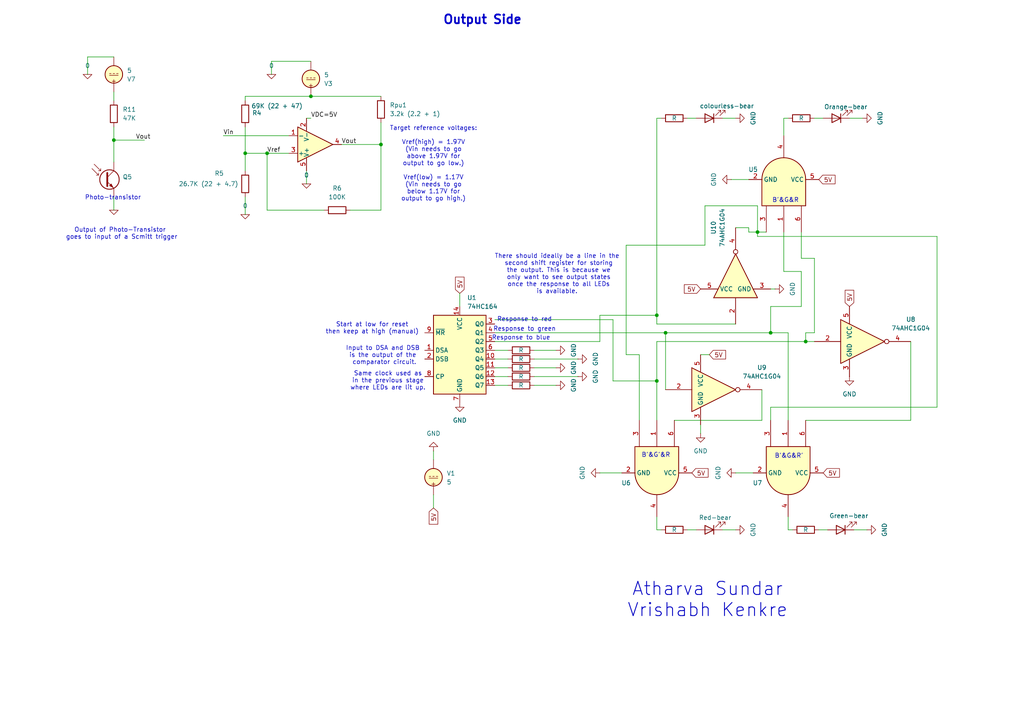
<source format=kicad_sch>
(kicad_sch (version 20250114) (generator "eeschema") (generator_version "9.0")
  (paper "A4")
  (lib_symbols
    (symbol "74xGxx:74AHC1G04"
      (property "Reference" "U" (at -2.54 3.81 0))
      (property "Value" "74AHC1G04" (at 0 -3.81 0))
      (symbol "74AHC1G04_0_1"
        (polyline (pts (xy -7.62 6.35) (xy -7.62 -6.35) (xy 5.08 0) (xy -7.62 6.35)) (stroke (width 0.254)) (fill (type background)))
      )
      (symbol "74AHC1G04_1_1"
        (pin input line (at -15.24 0 0) (length 7.62) (name "~") (number "2"))
        (pin power_in line (at -5.08 10.16 270) (length 5.08) (name "VCC") (number "5"))
        (pin power_in line (at -5.08 -10.16 90) (length 5.08) (name "GND") (number "3"))
        (pin output inverted (at 12.7 0 180) (length 7.62) (name "~") (number "4"))
      )
    )
    (symbol "74xGxx:74LVC1G11"
      (property "Reference" "U" (at -5.08 10.16 0))
      (property "Value" "74LVC1G11" (at 7.62 -10.16 0))
      (symbol "74LVC1G11_0_1"
        (arc (start 0 6.35) (mid 6.3224 0) (end 0 -6.35) (stroke (width 0.254)) (fill (type background)))
        (polyline (pts (xy 0 -6.35) (xy -7.62 -6.35) (xy -7.62 6.35) (xy 0 6.35)) (stroke (width 0.254)) (fill (type background)))
      )
      (symbol "74LVC1G11_1_1"
        (pin input line (at -15.24 5.08 0) (length 7.62) (name "~") (number "6"))
        (pin input line (at -15.24 0 0) (length 7.62) (name "~") (number "1"))
        (pin input line (at -15.24 -5.08 0) (length 7.62) (name "~") (number "3"))
        (pin power_in line (at 0 10.16 270) (length 3.81) (name "VCC") (number "5"))
        (pin power_in line (at 0 -10.16 90) (length 3.81) (name "GND") (number "2"))
        (pin output line (at 12.7 0 180) (length 6.35) (name "~") (number "4"))
      )
    )
    (symbol "74xx:74HC164"
      (property "Reference" "U" (at 1.905 -13.97 0))
      (property "Value" "74HC164" (at 1.905 -16.51 0))
      (symbol "74HC164_0_1"
        (rectangle (start 7.62 10.16) (end -7.62 -12.7) (stroke (width 0.254)) (fill (type background)))
      )
      (symbol "74HC164_1_1"
        (pin input line (at -10.16 5.08 0) (length 2.54) (name "~{MR}") (number "9"))
        (pin input line (at -10.16 0 0) (length 2.54) (name "DSA") (number "1"))
        (pin input line (at -10.16 -2.54 0) (length 2.54) (name "DSB") (number "2"))
        (pin input line (at -10.16 -7.62 0) (length 2.54) (name "CP") (number "8"))
        (pin power_in line (at 0 12.7 270) (length 2.54) (name "VCC") (number "14"))
        (pin power_in line (at 0 -15.24 90) (length 2.54) (name "GND") (number "7"))
        (pin output line (at 10.16 7.62 180) (length 2.54) (name "Q0") (number "3"))
        (pin output line (at 10.16 5.08 180) (length 2.54) (name "Q1") (number "4"))
        (pin output line (at 10.16 2.54 180) (length 2.54) (name "Q2") (number "5"))
        (pin output line (at 10.16 0 180) (length 2.54) (name "Q3") (number "6"))
        (pin output line (at 10.16 -2.54 180) (length 2.54) (name "Q4") (number "10"))
        (pin output line (at 10.16 -5.08 180) (length 2.54) (name "Q5") (number "11"))
        (pin output line (at 10.16 -7.62 180) (length 2.54) (name "Q6") (number "12"))
        (pin output line (at 10.16 -10.16 180) (length 2.54) (name "Q7") (number "13"))
      )
    )
    (symbol "Comparator:LM397" (pin_names (offset 0.127))
      (property "Reference" "U" (at 1.27 5.08 0))
      (property "Value" "LM397" (at 3.81 -5.08 0))
      (symbol "LM397_0_1"
        (polyline (pts (xy -5.08 5.08) (xy 5.08 0) (xy -5.08 -5.08) (xy -5.08 5.08)) (stroke (width 0.254)) (fill (type background)))
      )
      (symbol "LM397_1_1"
        (pin input line (at -7.62 2.54 0) (length 2.54) (name "+") (number "3"))
        (pin input line (at -7.62 -2.54 0) (length 2.54) (name "-") (number "1"))
        (pin power_in line (at -2.54 7.62 270) (length 3.81) (name "V+") (number "5"))
        (pin power_in line (at -2.54 -7.62 90) (length 3.81) (name "V-") (number "2"))
        (pin open_collector line (at 7.62 0 180) (length 2.54) (name "~") (number "4"))
      )
    )
    (symbol "Device:LED" (pin_numbers (hide yes)) (pin_names (offset 1.016) (hide yes))
      (property "Reference" "D" (at 0 2.54 0))
      (property "Value" "LED" (at 0 -2.54 0))
      (symbol "LED_0_1"
        (polyline (pts (xy -3.048 -0.762) (xy -4.572 -2.286) (xy -3.81 -2.286) (xy -4.572 -2.286) (xy -4.572 -1.524)))
        (polyline (pts (xy -1.778 -0.762) (xy -3.302 -2.286) (xy -2.54 -2.286) (xy -3.302 -2.286) (xy -3.302 -1.524)))
        (polyline (pts (xy -1.27 0) (xy 1.27 0)))
        (polyline (pts (xy -1.27 -1.27) (xy -1.27 1.27)) (stroke (width 0.254)))
        (polyline (pts (xy 1.27 -1.27) (xy 1.27 1.27) (xy -1.27 0) (xy 1.27 -1.27)) (stroke (width 0.254)))
      )
      (symbol "LED_1_1"
        (pin passive line (at -3.81 0 0) (length 2.54) (name "K") (number "1"))
        (pin passive line (at 3.81 0 180) (length 2.54) (name "A") (number "2"))
      )
    )
    (symbol "Device:R" (pin_numbers (hide yes)) (pin_names (offset 0))
      (property "Reference" "R" (at 2.032 0 90))
      (property "Value" "R" (at 0 0 90))
      (symbol "R_0_1"
        (rectangle (start -1.016 -2.54) (end 1.016 2.54) (stroke (width 0.254)))
      )
      (symbol "R_1_1"
        (pin passive line (at 0 3.81 270) (length 1.27) (name "~") (number "1"))
        (pin passive line (at 0 -3.81 90) (length 1.27) (name "~") (number "2"))
      )
    )
    (symbol "Sensor_Optical:KPS-3227" (pin_numbers (hide yes))
      (property "Reference" "Q" (at 3.81 1.27 0))
      (property "Value" "KPS-3227" (at 7.62 -1.27 0))
      (symbol "KPS-3227_1_1"
        (polyline (pts (xy -6.35 3.175) (xy -4.445 1.27) (xy -4.445 1.905)))
        (polyline (pts (xy -5.715 4.445) (xy -3.81 2.54) (xy -3.81 3.175)))
        (polyline (pts (xy -4.445 1.27) (xy -5.08 1.27)))
        (polyline (pts (xy -3.81 2.54) (xy -4.445 2.54)))
        (polyline (pts (xy -1.905 1.905) (xy -1.905 -1.905)) (stroke (width 0.508)))
        (polyline (pts (xy -1.905 0.635) (xy 0 2.54)))
        (polyline (pts (xy -1.905 -0.635) (xy 0 -2.54)))
        (circle (center -1.27 0) (radius 2.8194) (stroke (width 0.254)))
        (polyline (pts (xy -1.27 -1.778) (xy -0.762 -1.27) (xy -0.254 -2.286) (xy -1.27 -1.778)) (fill (type outline)))
        (pin passive line (at 0 5.08 270) (length 2.54) (name "~") (number "1"))
        (pin passive line (at 0 5.08 270) (length 2.54) (hide yes) (name "~") (number "3"))
        (pin passive line (at 0 -5.08 90) (length 2.54) (name "~") (number "2"))
        (pin passive line (at 0 -5.08 90) (length 2.54) (hide yes) (name "~") (number "4"))
      )
    )
    (symbol "Simulation_SPICE:0" (power) (pin_numbers (hide yes)) (pin_names (offset 0) (hide yes))
      (property "Value" "0" (at 0 -2.54 0))
      (symbol "0_0_1"
        (polyline (pts (xy -1.27 0) (xy 0 -1.27) (xy 1.27 0) (xy -1.27 0)))
      )
      (symbol "0_1_1"
        (pin power_in line (at 0 0 0) (length 0) (name "~") (number "1"))
      )
    )
    (symbol "Simulation_SPICE:VDC" (pin_numbers (hide yes)) (pin_names (offset 0.0254))
      (property "Reference" "V" (at 2.54 2.54 0))
      (property "Value" "1" (at 2.54 0 0))
      (symbol "VDC_0_0"
        (polyline (pts (xy -1.27 0.254) (xy 1.27 0.254)))
        (polyline (pts (xy -0.762 -0.254) (xy -1.27 -0.254)))
        (polyline (pts (xy 0.254 -0.254) (xy -0.254 -0.254)))
        (polyline (pts (xy 1.27 -0.254) (xy 0.762 -0.254)))
        (text "+" (at 0 1.905 0) (effects (font (size 1.27 1.27))))
      )
      (symbol "VDC_0_1"
        (circle (center 0 0) (radius 2.54) (stroke (width 0.254)) (fill (type background)))
      )
      (symbol "VDC_1_1"
        (pin passive line (at 0 5.08 270) (length 2.54) (name "~") (number "1"))
        (pin passive line (at 0 -5.08 90) (length 2.54) (name "~") (number "2"))
      )
    )
    (symbol "power:GND" (power) (pin_numbers (hide yes)) (pin_names (offset 0) (hide yes))
      (property "Value" "GND" (at 0 -3.81 0))
      (symbol "GND_0_1"
        (polyline (pts (xy 0 0) (xy 0 -1.27) (xy 1.27 -1.27) (xy 0 -2.54) (xy -1.27 -1.27) (xy 0 -1.27)))
      )
      (symbol "GND_1_1"
        (pin power_in line (at 0 0 270) (length 0) (name "~") (number "1"))
      )
    )
  )
  (text "Target reference voltages:\n\nVref(high) = 1.97V\n(Vin needs to go\nabove 1.97V for\noutput to go low.)\n\nVref(low) = 1.17V\n(Vin needs to go\nbelow 1.17V for\noutput to go high.)" (at 125.73 47.498 0) (effects (font (size 1.27 1.27))))
  (text "Response to green" (at 152.146 95.504 0) (effects (font (size 1.27 1.27))))
  (text "Input to DSA and DSB \nis the output of the \ncomparator circuit.\n" (at 111.506 103.124 0) (effects (font (size 1.27 1.27))))
  (text "B'&G'&R" (at 190.246 132.08 0) (effects (font (size 1.27 1.27))))
  (text "Start at low for reset\nthen keep at high (manual)" (at 107.95 95.25 0) (effects (font (size 1.27 1.27))))
  (text "Response to red" (at 152.146 92.71 0) (effects (font (size 1.27 1.27))))
  (text "B'&G&R'" (at 228.854 132.334 0) (effects (font (size 1.27 1.27))))
  (text "There should ideally be a line in the \nsecond shift register for storing\nthe output. This is because we\nonly want to see output states\nonce the response to all LEDs\nis available. " (at 162.052 79.502 0) (effects (font (size 1.27 1.27))))
  (text "Photo-transistor" (at 32.766 57.404 0) (effects (font (size 1.27 1.27))))
  (text "Same clock used as\nin the previous stage\nwhere LEDs are lit up." (at 112.522 110.49 0) (effects (font (size 1.27 1.27))))
  (text "Output Side" (at 139.954 5.842 0) (effects (font (size 2.54 2.54) (thickness 0.508) (bold yes))))
  (text "B'&G&R" (at 227.838 58.166 0) (effects (font (size 1.27 1.27))))
  (text "Response to blue\n" (at 151.13 98.044 0) (effects (font (size 1.27 1.27))))
  (text "Atharva Sundar\nVrishabh Kenkre" (at 205.232 173.99 0) (effects (font (size 3.81 3.81) (thickness 0.254) (bold yes))))
  (text "Output of Photo-Transistor \ngoes to input of a Scmitt trigger" (at 35.306 67.818 0) (effects (font (size 1.27 1.27))))
  (junction (at 77.47 44.45))
  (junction (at 33.02 40.64))
  (junction (at 110.49 41.91))
  (junction (at 90.17 27.94))
  (junction (at 233.68 99.06))
  (junction (at 190.5 91.44))
  (junction (at 71.12 44.45))
  (junction (at 190.5 110.49))
  (junction (at 219.71 67.31))
  (junction (at 223.52 96.52))
  (junction (at 193.04 96.52))
  (wire (pts (xy 209.55 153.67) (xy 213.36 153.67)))
  (wire (pts (xy 90.17 27.94) (xy 110.49 27.94)))
  (wire (pts (xy 185.42 121.92) (xy 185.42 102.87)))
  (wire (pts (xy 217.17 66.04) (xy 217.17 67.31)))
  (wire (pts (xy 143.51 99.06) (xy 173.99 99.06)))
  (wire (pts (xy 227.33 78.74) (xy 232.41 78.74)))
  (wire (pts (xy 33.02 40.64) (xy 33.02 46.99)))
  (wire (pts (xy 181.61 102.87) (xy 181.61 71.12)))
  (wire (pts (xy 173.99 99.06) (xy 173.99 91.44)))
  (wire (pts (xy 204.47 59.69) (xy 219.71 59.69)))
  (wire (pts (xy 177.8 92.71) (xy 177.8 110.49)))
  (wire (pts (xy 204.47 71.12) (xy 204.47 59.69)))
  (wire (pts (xy 195.58 121.92) (xy 220.98 121.92)))
  (wire (pts (xy 212.09 52.07) (xy 217.17 52.07)))
  (wire (pts (xy 143.51 96.52) (xy 193.04 96.52)))
  (wire (pts (xy 90.17 34.29) (xy 88.9 34.29)))
  (wire (pts (xy 143.51 109.22) (xy 147.32 109.22)))
  (wire (pts (xy 219.71 67.31) (xy 222.25 67.31)))
  (wire (pts (xy 154.94 106.68) (xy 161.29 106.68)))
  (wire (pts (xy 71.12 27.94) (xy 90.17 27.94)))
  (wire (pts (xy 271.78 118.11) (xy 271.78 68.58)))
  (wire (pts (xy 71.12 57.15) (xy 71.12 62.23)))
  (wire (pts (xy 193.04 96.52) (xy 223.52 96.52)))
  (wire (pts (xy 143.51 111.76) (xy 147.32 111.76)))
  (wire (pts (xy 125.73 143.51) (xy 125.73 147.32)))
  (wire (pts (xy 71.12 27.94) (xy 71.12 29.21)))
  (wire (pts (xy 78.74 17.78) (xy 90.17 17.78)))
  (wire (pts (xy 233.68 96.52) (xy 233.68 99.06)))
  (wire (pts (xy 110.49 41.91) (xy 110.49 60.96)))
  (wire (pts (xy 190.5 110.49) (xy 190.5 121.92)))
  (wire (pts (xy 33.02 57.15) (xy 33.02 60.96)))
  (wire (pts (xy 143.51 101.6) (xy 147.32 101.6)))
  (wire (pts (xy 143.51 106.68) (xy 147.32 106.68)))
  (wire (pts (xy 217.17 67.31) (xy 219.71 67.31)))
  (wire (pts (xy 77.47 60.96) (xy 77.47 44.45)))
  (wire (pts (xy 190.5 99.06) (xy 233.68 99.06)))
  (wire (pts (xy 133.35 85.09) (xy 133.35 88.9)))
  (wire (pts (xy 154.94 104.14) (xy 167.64 104.14)))
  (wire (pts (xy 209.55 34.29) (xy 213.36 34.29)))
  (wire (pts (xy 199.39 34.29) (xy 201.93 34.29)))
  (wire (pts (xy 228.6 149.86) (xy 228.6 153.67)))
  (wire (pts (xy 190.5 34.29) (xy 191.77 34.29)))
  (wire (pts (xy 219.71 67.31) (xy 219.71 68.58)))
  (wire (pts (xy 154.94 109.22) (xy 167.64 109.22)))
  (wire (pts (xy 223.52 83.82) (xy 224.79 83.82)))
  (wire (pts (xy 154.94 111.76) (xy 161.29 111.76)))
  (wire (pts (xy 33.02 36.83) (xy 33.02 40.64)))
  (wire (pts (xy 264.16 121.92) (xy 233.68 121.92)))
  (wire (pts (xy 64.77 39.37) (xy 83.82 39.37)))
  (wire (pts (xy 228.6 121.92) (xy 228.6 96.52)))
  (wire (pts (xy 190.5 93.98) (xy 213.36 93.98)))
  (wire (pts (xy 227.33 34.29) (xy 228.6 34.29)))
  (wire (pts (xy 193.04 96.52) (xy 193.04 113.03)))
  (wire (pts (xy 143.51 104.14) (xy 147.32 104.14)))
  (wire (pts (xy 154.94 101.6) (xy 161.29 101.6)))
  (wire (pts (xy 236.22 34.29) (xy 238.76 34.29)))
  (wire (pts (xy 71.12 44.45) (xy 71.12 49.53)))
  (wire (pts (xy 143.51 92.71) (xy 177.8 92.71)))
  (wire (pts (xy 233.68 99.06) (xy 236.22 99.06)))
  (wire (pts (xy 219.71 59.69) (xy 219.71 67.31)))
  (wire (pts (xy 71.12 44.45) (xy 77.47 44.45)))
  (wire (pts (xy 232.41 74.93) (xy 236.22 74.93)))
  (wire (pts (xy 190.5 153.67) (xy 191.77 153.67)))
  (wire (pts (xy 232.41 88.9) (xy 223.52 88.9)))
  (wire (pts (xy 271.78 68.58) (xy 219.71 68.58)))
  (wire (pts (xy 213.36 137.16) (xy 218.44 137.16)))
  (wire (pts (xy 232.41 67.31) (xy 232.41 74.93)))
  (wire (pts (xy 199.39 153.67) (xy 201.93 153.67)))
  (wire (pts (xy 190.5 99.06) (xy 190.5 110.49)))
  (wire (pts (xy 264.16 99.06) (xy 264.16 121.92)))
  (wire (pts (xy 227.33 34.29) (xy 227.33 39.37)))
  (wire (pts (xy 110.49 60.96) (xy 101.6 60.96)))
  (wire (pts (xy 110.49 35.56) (xy 110.49 41.91)))
  (wire (pts (xy 33.02 26.67) (xy 33.02 29.21)))
  (wire (pts (xy 181.61 71.12) (xy 204.47 71.12)))
  (wire (pts (xy 220.98 113.03) (xy 220.98 121.92)))
  (wire (pts (xy 25.4 16.51) (xy 25.4 21.59)))
  (wire (pts (xy 236.22 96.52) (xy 233.68 96.52)))
  (wire (pts (xy 125.73 130.81) (xy 125.73 133.35)))
  (wire (pts (xy 213.36 66.04) (xy 217.17 66.04)))
  (wire (pts (xy 232.41 78.74) (xy 232.41 88.9)))
  (wire (pts (xy 93.98 60.96) (xy 77.47 60.96)))
  (wire (pts (xy 77.47 44.45) (xy 83.82 44.45)))
  (wire (pts (xy 177.8 110.49) (xy 190.5 110.49)))
  (wire (pts (xy 223.52 96.52) (xy 228.6 96.52)))
  (wire (pts (xy 237.49 153.67) (xy 240.03 153.67)))
  (wire (pts (xy 88.9 53.34) (xy 88.9 49.53)))
  (wire (pts (xy 71.12 36.83) (xy 71.12 44.45)))
  (wire (pts (xy 110.49 41.91) (xy 99.06 41.91)))
  (wire (pts (xy 247.65 153.67) (xy 251.46 153.67)))
  (wire (pts (xy 205.74 102.87) (xy 203.2 102.87)))
  (wire (pts (xy 223.52 88.9) (xy 223.52 96.52)))
  (wire (pts (xy 227.33 67.31) (xy 227.33 78.74)))
  (wire (pts (xy 33.02 40.64) (xy 41.91 40.64)))
  (wire (pts (xy 33.02 16.51) (xy 25.4 16.51)))
  (wire (pts (xy 78.74 21.59) (xy 78.74 17.78)))
  (wire (pts (xy 190.5 149.86) (xy 190.5 153.67)))
  (wire (pts (xy 190.5 91.44) (xy 190.5 93.98)))
  (wire (pts (xy 223.52 121.92) (xy 223.52 118.11)))
  (wire (pts (xy 236.22 74.93) (xy 236.22 96.52)))
  (wire (pts (xy 246.38 34.29) (xy 250.19 34.29)))
  (wire (pts (xy 228.6 153.67) (xy 229.87 153.67)))
  (wire (pts (xy 190.5 34.29) (xy 190.5 91.44)))
  (wire (pts (xy 223.52 118.11) (xy 271.78 118.11)))
  (wire (pts (xy 173.99 91.44) (xy 190.5 91.44)))
  (wire (pts (xy 203.2 123.19) (xy 203.2 125.73)))
  (wire (pts (xy 185.42 102.87) (xy 181.61 102.87)))
  (wire (pts (xy 173.99 137.16) (xy 180.34 137.16)))
  (label "Vref" (at 77.47 44.45 0))
  (label "Vin" (at 64.77 39.37 0))
  (label "Vout" (at 99.06 41.91 0))
  (label "Vout" (at 39.37 40.64 0))
  (label "VDC=5V" (at 90.17 34.29 0))
  (global_label "5V" (shape input) (at 238.76 137.16 0) (property "Intersheetrefs" "${INTERSHEET_REFS}" (effects (hide yes))))
  (global_label "5V" (shape input) (at 125.73 147.32 270) (property "Intersheetrefs" "${INTERSHEET_REFS}" (effects (hide yes))))
  (global_label "5V" (shape input) (at 203.2 83.82 180) (property "Intersheetrefs" "${INTERSHEET_REFS}" (effects (hide yes))))
  (global_label "5V" (shape input) (at 133.35 85.09 90) (property "Intersheetrefs" "${INTERSHEET_REFS}" (effects (hide yes))))
  (global_label "5V" (shape input) (at 205.74 102.87 0) (property "Intersheetrefs" "${INTERSHEET_REFS}" (effects (hide yes))))
  (global_label "5V" (shape input) (at 200.66 137.16 0) (property "Intersheetrefs" "${INTERSHEET_REFS}" (effects (hide yes))))
  (global_label "5V" (shape input) (at 237.49 52.07 0) (property "Intersheetrefs" "${INTERSHEET_REFS}" (effects (hide yes))))
  (global_label "5V" (shape input) (at 246.38 88.9 90) (property "Intersheetrefs" "${INTERSHEET_REFS}" (effects (hide yes))))
  (symbol (lib_id "power:GND") (at 133.35 116.84 0) (unit 1)
    (property "Reference" "#PWR012" (effects (hide yes)))
    (property "Value" "GND" (at 133.35 121.92 0))
    (property "Description" "Power symbol creates a global label with name \"GND\" , ground" (effects (hide yes)))
  )
  (symbol (lib_id "power:GND") (at 224.79 83.82 90) (unit 1)
    (property "Reference" "#PWR022" (effects (hide yes)))
    (property "Value" "GND" (at 229.87 83.82 0))
    (property "Description" "Power symbol creates a global label with name \"GND\" , ground" (effects (hide yes)))
  )
  (symbol (lib_id "Device:R") (at 151.13 106.68 90) (unit 1)
    (property "Reference" "R19" (effects (hide yes)))
    (property "Value" "R" (at 151.13 106.68 90))
    (property "Description" "Resistor" (effects (hide yes)))
  )
  (symbol (lib_id "power:GND") (at 213.36 153.67 90) (unit 1)
    (property "Reference" "#PWR020" (effects (hide yes)))
    (property "Value" "GND" (at 218.44 153.67 0))
    (property "Description" "Power symbol creates a global label with name \"GND\" , ground" (effects (hide yes)))
  )
  (symbol (lib_id "power:GND") (at 213.36 34.29 90) (unit 1)
    (property "Reference" "#PWR013" (effects (hide yes)))
    (property "Value" "GND" (at 218.44 34.29 0))
    (property "Description" "Power symbol creates a global label with name \"GND\" , ground" (effects (hide yes)))
  )
  (symbol (lib_id "Comparator:LM397") (at 91.44 41.91 0) (mirror x) (unit 1)
    (property "Reference" "U2" (effects (hide yes)))
    (property "Value" "LM397" (effects (hide yes)))
    (property "Footprint" "Package_TO_SOT_SMD:SOT-23-5" (effects (hide yes)))
    (property "Datasheet" "http://www.ti.com/lit/ds/symlink/lm397.pdf" (effects (hide yes)))
    (property "Description" "Single General-Purpose Voltage Comparator with Open-Collector Output, SOT-23-5" (effects (hide yes)))
  )
  (symbol (lib_id "power:GND") (at 161.29 111.76 90) (unit 1)
    (property "Reference" "#PWR026" (effects (hide yes)))
    (property "Value" "GND" (at 166.37 111.76 0))
    (property "Description" "Power symbol creates a global label with name \"GND\" , ground" (effects (hide yes)))
  )
  (symbol (lib_id "Simulation_SPICE:VDC") (at 125.73 138.43 180) (unit 1)
    (property "Reference" "V1" (at 129.54 137.2897 0) (effects (justify right)))
    (property "Value" "5" (at 129.54 139.8297 0) (effects (justify right)))
    (property "Datasheet" "https://ngspice.sourceforge.io/docs/ngspice-html-manual/manual.xhtml#sec_Independent_Sources_for" (effects (hide yes)))
    (property "Description" "Voltage source, DC" (effects (hide yes)))
    (property "Sim.Pins" "1=+ 2=-" (effects (hide yes)))
    (property "Sim.Type" "DC" (effects (hide yes)))
    (property "Sim.Device" "V" (effects (hide yes)))
  )
  (symbol (lib_id "Device:LED") (at 243.84 153.67 180) (unit 1)
    (property "Reference" "Green-bear" (at 240.538 149.606 0) (effects (justify right)))
    (property "Value" "LED" (effects (hide yes)))
    (property "Description" "Light emitting diode" (effects (hide yes)))
    (property "Sim.Pins" "1=K 2=A" (effects (hide yes)))
  )
  (symbol (lib_id "Device:R") (at 71.12 53.34 0) (unit 1)
    (property "Reference" "R5" (at 62.23 50.292 0) (effects (justify left)))
    (property "Value" "26.7K (22 + 4.7)" (at 51.816 53.34 0) (effects (justify left)))
    (property "Description" "Resistor" (effects (hide yes)))
  )
  (symbol (lib_id "Simulation_SPICE:VDC") (at 33.02 21.59 0) (mirror x) (unit 1)
    (property "Reference" "V7" (at 36.83 22.9899 0) (effects (justify left)))
    (property "Value" "5" (at 36.83 20.4499 0) (effects (justify left)))
    (property "Datasheet" "https://ngspice.sourceforge.io/docs/ngspice-html-manual/manual.xhtml#sec_Independent_Sources_for" (effects (hide yes)))
    (property "Description" "Voltage source, DC" (effects (hide yes)))
    (property "Sim.Pins" "1=+ 2=-" (effects (hide yes)))
    (property "Sim.Type" "DC" (effects (hide yes)))
    (property "Sim.Device" "V" (effects (hide yes)))
  )
  (symbol (lib_id "power:GND") (at 213.36 137.16 270) (mirror x) (unit 1)
    (property "Reference" "#PWR018" (effects (hide yes)))
    (property "Value" "GND" (at 208.28 137.16 0))
    (property "Description" "Power symbol creates a global label with name \"GND\" , ground" (effects (hide yes)))
  )
  (symbol (lib_id "power:GND") (at 251.46 153.67 90) (unit 1)
    (property "Reference" "#PWR021" (effects (hide yes)))
    (property "Value" "GND" (at 256.54 153.67 0))
    (property "Description" "Power symbol creates a global label with name \"GND\" , ground" (effects (hide yes)))
  )
  (symbol (lib_id "power:GND") (at 173.99 137.16 270) (unit 1)
    (property "Reference" "#PWR017" (effects (hide yes)))
    (property "Value" "GND" (at 168.91 137.16 0))
    (property "Description" "Power symbol creates a global label with name \"GND\" , ground" (effects (hide yes)))
  )
  (symbol (lib_id "Device:R") (at 71.12 33.02 0) (unit 1)
    (property "Reference" "R4" (at 73.152 32.766 0) (effects (justify left)))
    (property "Value" "69K (22 + 47)" (at 72.898 30.734 0) (effects (justify left)))
    (property "Description" "Resistor" (effects (hide yes)))
  )
  (symbol (lib_id "power:GND") (at 167.64 104.14 90) (unit 1)
    (property "Reference" "#PWR028" (effects (hide yes)))
    (property "Value" "GND" (at 172.72 104.14 0))
    (property "Description" "Power symbol creates a global label with name \"GND\" , ground" (effects (hide yes)))
  )
  (symbol (lib_id "power:GND") (at 246.38 109.22 0) (unit 1)
    (property "Reference" "#PWR023" (effects (hide yes)))
    (property "Value" "GND" (at 246.38 114.3 0))
    (property "Description" "Power symbol creates a global label with name \"GND\" , ground" (effects (hide yes)))
  )
  (symbol (lib_id "74xGxx:74AHC1G04") (at 208.28 113.03 0) (unit 1)
    (property "Reference" "U9" (at 220.98 106.6098 0))
    (property "Value" "74AHC1G04" (at 220.98 109.1498 0))
    (property "Datasheet" "http://www.ti.com/lit/sg/scyt129e/scyt129e.pdf" (effects (hide yes)))
    (property "Description" "Single NOT Gate, Low-Voltage CMOS" (effects (hide yes)))
  )
  (symbol (lib_id "Device:R") (at 33.02 33.02 0) (unit 1)
    (property "Reference" "R11" (at 35.56 31.7499 0) (effects (justify left)))
    (property "Value" "47K" (at 35.56 34.2899 0) (effects (justify left)))
    (property "Description" "Resistor" (effects (hide yes)))
  )
  (symbol (lib_id "Device:R") (at 195.58 153.67 90) (unit 1)
    (property "Reference" "R17" (effects (hide yes)))
    (property "Value" "R" (at 195.58 153.67 90))
    (property "Description" "Resistor" (effects (hide yes)))
  )
  (symbol (lib_id "power:GND") (at 250.19 34.29 90) (unit 1)
    (property "Reference" "#PWR019" (effects (hide yes)))
    (property "Value" "GND" (at 255.27 34.29 0))
    (property "Description" "Power symbol creates a global label with name \"GND\" , ground" (effects (hide yes)))
  )
  (symbol (lib_id "Device:R") (at 110.49 31.75 0) (unit 1)
    (property "Reference" "Rpu1" (at 113.03 30.4799 0) (effects (justify left)))
    (property "Value" "3.2k (2.2 + 1)" (at 113.03 33.0199 0) (effects (justify left)))
    (property "Description" "Resistor" (effects (hide yes)))
  )
  (symbol (lib_id "Device:LED") (at 242.57 34.29 180) (unit 1)
    (property "Reference" "Orange-bear" (at 239.014 30.988 0) (effects (justify right)))
    (property "Value" "LED" (effects (hide yes)))
    (property "Description" "Light emitting diode" (effects (hide yes)))
    (property "Sim.Pins" "1=K 2=A" (effects (hide yes)))
  )
  (symbol (lib_id "Simulation_SPICE:0") (at 33.02 60.96 0) (unit 1)
    (property "Reference" "#GND013" (effects (hide yes)))
    (property "Value" "0" (effects (hide yes)))
    (property "Datasheet" "https://ngspice.sourceforge.io/docs/ngspice-html-manual/manual.xhtml#subsec_Circuit_elements__device" (effects (hide yes)))
    (property "Description" "0V reference potential for simulation" (effects (hide yes)))
  )
  (symbol (lib_id "Device:R") (at 151.13 101.6 90) (unit 1)
    (property "Reference" "R14" (effects (hide yes)))
    (property "Value" "R" (at 151.13 101.6 90))
    (property "Description" "Resistor" (effects (hide yes)))
  )
  (symbol (lib_id "Simulation_SPICE:0") (at 78.74 21.59 0) (unit 1)
    (property "Reference" "#GND04" (effects (hide yes)))
    (property "Value" "0" (at 78.74 19.05 0))
    (property "Datasheet" "https://ngspice.sourceforge.io/docs/ngspice-html-manual/manual.xhtml#subsec_Circuit_elements__device" (effects (hide yes)))
    (property "Description" "0V reference potential for simulation" (effects (hide yes)))
  )
  (symbol (lib_id "74xx:74HC164") (at 133.35 101.6 0) (unit 1)
    (property "Reference" "U1" (at 135.4933 86.36 0) (effects (justify left)))
    (property "Value" "74HC164" (at 135.4933 88.9 0) (effects (justify left)))
    (property "Datasheet" "https://assets.nexperia.com/documents/data-sheet/74HC_HCT164.pdf" (effects (hide yes)))
    (property "Description" "8-bit serial-in parallel-out shift register" (effects (hide yes)))
  )
  (symbol (lib_id "Device:LED") (at 205.74 153.67 180) (unit 1)
    (property "Reference" "Red-bear" (at 202.692 150.114 0) (effects (justify right)))
    (property "Value" "LED" (effects (hide yes)))
    (property "Description" "Light emitting diode" (effects (hide yes)))
    (property "Sim.Pins" "1=K 2=A" (effects (hide yes)))
  )
  (symbol (lib_id "Simulation_SPICE:VDC") (at 90.17 22.86 0) (mirror x) (unit 1)
    (property "Reference" "V3" (at 93.98 24.2599 0) (effects (justify left)))
    (property "Value" "5" (at 93.98 21.7199 0) (effects (justify left)))
    (property "Datasheet" "https://ngspice.sourceforge.io/docs/ngspice-html-manual/manual.xhtml#sec_Independent_Sources_for" (effects (hide yes)))
    (property "Description" "Voltage source, DC" (effects (hide yes)))
    (property "Sim.Pins" "1=+ 2=-" (effects (hide yes)))
    (property "Sim.Type" "DC" (effects (hide yes)))
    (property "Sim.Device" "V" (effects (hide yes)))
  )
  (symbol (lib_id "power:GND") (at 203.2 125.73 0) (unit 1)
    (property "Reference" "#PWR024" (effects (hide yes)))
    (property "Value" "GND" (at 203.2 130.81 0))
    (property "Description" "Power symbol creates a global label with name \"GND\" , ground" (effects (hide yes)))
  )
  (symbol (lib_id "power:GND") (at 167.64 109.22 90) (unit 1)
    (property "Reference" "#PWR027" (effects (hide yes)))
    (property "Value" "GND" (at 172.72 109.22 0))
    (property "Description" "Power symbol creates a global label with name \"GND\" , ground" (effects (hide yes)))
  )
  (symbol (lib_id "Device:LED") (at 205.74 34.29 180) (unit 1)
    (property "Reference" "colourless-bear" (at 202.946 30.734 0) (effects (justify right)))
    (property "Value" "LED" (effects (hide yes)))
    (property "Description" "Light emitting diode" (effects (hide yes)))
    (property "Sim.Pins" "1=K 2=A" (effects (hide yes)))
  )
  (symbol (lib_id "Sensor_Optical:KPS-3227") (at 33.02 52.07 0) (unit 1)
    (property "Reference" "Q5" (at 35.56 51.3206 0) (effects (justify left)))
    (property "Value" "KPS-3227" (effects (hide yes)))
    (property "Footprint" "OptoDevice:Kingbright_KPS-3227" (effects (hide yes)))
    (property "Datasheet" "https://www.kingbright.com/attachments/file/psearch/000/00/00/KPS-3227SP1C(Ver.16).pdf" (effects (hide yes)))
    (property "Description" "Ambient light NPN phototransistor, KPS-3227" (effects (hide yes)))
  )
  (symbol (lib_id "power:GND") (at 161.29 106.68 90) (unit 1)
    (property "Reference" "#PWR025" (effects (hide yes)))
    (property "Value" "GND" (at 166.37 106.68 0))
    (property "Description" "Power symbol creates a global label with name \"GND\" , ground" (effects (hide yes)))
  )
  (symbol (lib_id "Device:R") (at 151.13 104.14 90) (unit 1)
    (property "Reference" "R15" (effects (hide yes)))
    (property "Value" "R" (at 151.13 104.14 90))
    (property "Description" "Resistor" (effects (hide yes)))
  )
  (symbol (lib_id "Device:R") (at 151.13 109.22 90) (unit 1)
    (property "Reference" "R20" (effects (hide yes)))
    (property "Value" "R" (at 151.13 109.22 90))
    (property "Description" "Resistor" (effects (hide yes)))
  )
  (symbol (lib_id "Device:R") (at 97.79 60.96 90) (unit 1)
    (property "Reference" "R6" (at 97.79 54.61 90))
    (property "Value" "100K" (at 97.79 57.15 90))
    (property "Description" "Resistor" (effects (hide yes)))
  )
  (symbol (lib_id "Simulation_SPICE:0") (at 88.9 53.34 0) (unit 1)
    (property "Reference" "#GND05" (effects (hide yes)))
    (property "Value" "0" (at 88.9 50.8 0))
    (property "Datasheet" "https://ngspice.sourceforge.io/docs/ngspice-html-manual/manual.xhtml#subsec_Circuit_elements__device" (effects (hide yes)))
    (property "Description" "0V reference potential for simulation" (effects (hide yes)))
  )
  (symbol (lib_id "power:GND") (at 161.29 101.6 90) (unit 1)
    (property "Reference" "#PWR014" (effects (hide yes)))
    (property "Value" "GND" (at 166.37 101.6 0))
    (property "Description" "Power symbol creates a global label with name \"GND\" , ground" (effects (hide yes)))
  )
  (symbol (lib_id "74xGxx:74AHC1G04") (at 251.46 99.06 0) (unit 1)
    (property "Reference" "U8" (at 264.16 92.6398 0))
    (property "Value" "74AHC1G04" (at 264.16 95.1798 0))
    (property "Datasheet" "http://www.ti.com/lit/sg/scyt129e/scyt129e.pdf" (effects (hide yes)))
    (property "Description" "Single NOT Gate, Low-Voltage CMOS" (effects (hide yes)))
  )
  (symbol (lib_id "power:GND") (at 212.09 52.07 270) (unit 1)
    (property "Reference" "#PWR016" (effects (hide yes)))
    (property "Value" "GND" (at 207.01 52.07 0))
    (property "Description" "Power symbol creates a global label with name \"GND\" , ground" (effects (hide yes)))
  )
  (symbol (lib_id "Device:R") (at 233.68 153.67 90) (unit 1)
    (property "Reference" "R18" (effects (hide yes)))
    (property "Value" "R" (at 233.68 153.67 90))
    (property "Description" "Resistor" (effects (hide yes)))
  )
  (symbol (lib_id "Simulation_SPICE:0") (at 71.12 62.23 0) (unit 1)
    (property "Reference" "#GND03" (effects (hide yes)))
    (property "Value" "0" (at 71.12 59.69 0))
    (property "Datasheet" "https://ngspice.sourceforge.io/docs/ngspice-html-manual/manual.xhtml#subsec_Circuit_elements__device" (effects (hide yes)))
    (property "Description" "0V reference potential for simulation" (effects (hide yes)))
  )
  (symbol (lib_id "74xGxx:74AHC1G04") (at 213.36 78.74 90) (unit 1)
    (property "Reference" "U10" (at 206.9398 66.04 0))
    (property "Value" "74AHC1G04" (at 209.4798 66.04 0))
    (property "Datasheet" "http://www.ti.com/lit/sg/scyt129e/scyt129e.pdf" (effects (hide yes)))
    (property "Description" "Single NOT Gate, Low-Voltage CMOS" (effects (hide yes)))
  )
  (symbol (lib_id "74xGxx:74LVC1G11") (at 228.6 137.16 270) (unit 1)
    (property "Reference" "U7" (at 219.71 140.0654 90))
    (property "Value" "Triple and" (effects (hide yes)))
    (property "Datasheet" "http://www.ti.com/lit/sg/scyt129e/scyt129e.pdf" (effects (hide yes)))
    (property "Description" "Single AND 3-Input Gate, Low-Voltage CMOS" (effects (hide yes)))
  )
  (symbol (lib_id "Simulation_SPICE:0") (at 25.4 21.59 0) (unit 1)
    (property "Reference" "#GND012" (effects (hide yes)))
    (property "Value" "0" (at 25.4 19.05 0))
    (property "Datasheet" "https://ngspice.sourceforge.io/docs/ngspice-html-manual/manual.xhtml#subsec_Circuit_elements__device" (effects (hide yes)))
    (property "Description" "0V reference potential for simulation" (effects (hide yes)))
  )
  (symbol (lib_id "power:GND") (at 125.73 130.81 0) (mirror x) (unit 1)
    (property "Reference" "#PWR011" (effects (hide yes)))
    (property "Value" "GND" (at 125.73 125.73 0))
    (property "Description" "Power symbol creates a global label with name \"GND\" , ground" (effects (hide yes)))
  )
  (symbol (lib_id "74xGxx:74LVC1G11") (at 190.5 137.16 270) (unit 1)
    (property "Reference" "U6" (at 181.61 140.0654 90))
    (property "Value" "Triple and" (effects (hide yes)))
    (property "Datasheet" "http://www.ti.com/lit/sg/scyt129e/scyt129e.pdf" (effects (hide yes)))
    (property "Description" "Single AND 3-Input Gate, Low-Voltage CMOS" (effects (hide yes)))
  )
  (symbol (lib_id "74xGxx:74LVC1G11") (at 227.33 52.07 270) (mirror x) (unit 1)
    (property "Reference" "U5" (at 218.44 49.1646 90))
    (property "Value" "Triple and" (effects (hide yes)))
    (property "Datasheet" "http://www.ti.com/lit/sg/scyt129e/scyt129e.pdf" (effects (hide yes)))
    (property "Description" "Single AND 3-Input Gate, Low-Voltage CMOS" (effects (hide yes)))
  )
  (symbol (lib_id "Device:R") (at 195.58 34.29 90) (unit 1)
    (property "Reference" "R13" (effects (hide yes)))
    (property "Value" "R" (at 195.58 34.29 90))
    (property "Description" "Resistor" (effects (hide yes)))
  )
  (symbol (lib_id "Device:R") (at 151.13 111.76 90) (unit 1)
    (property "Reference" "R21" (effects (hide yes)))
    (property "Value" "R" (at 151.13 111.76 90))
    (property "Description" "Resistor" (effects (hide yes)))
  )
  (symbol (lib_id "Device:R") (at 232.41 34.29 90) (unit 1)
    (property "Reference" "R16" (effects (hide yes)))
    (property "Value" "R" (at 232.41 34.29 90))
    (property "Description" "Resistor" (effects (hide yes)))
  )
)
</source>
